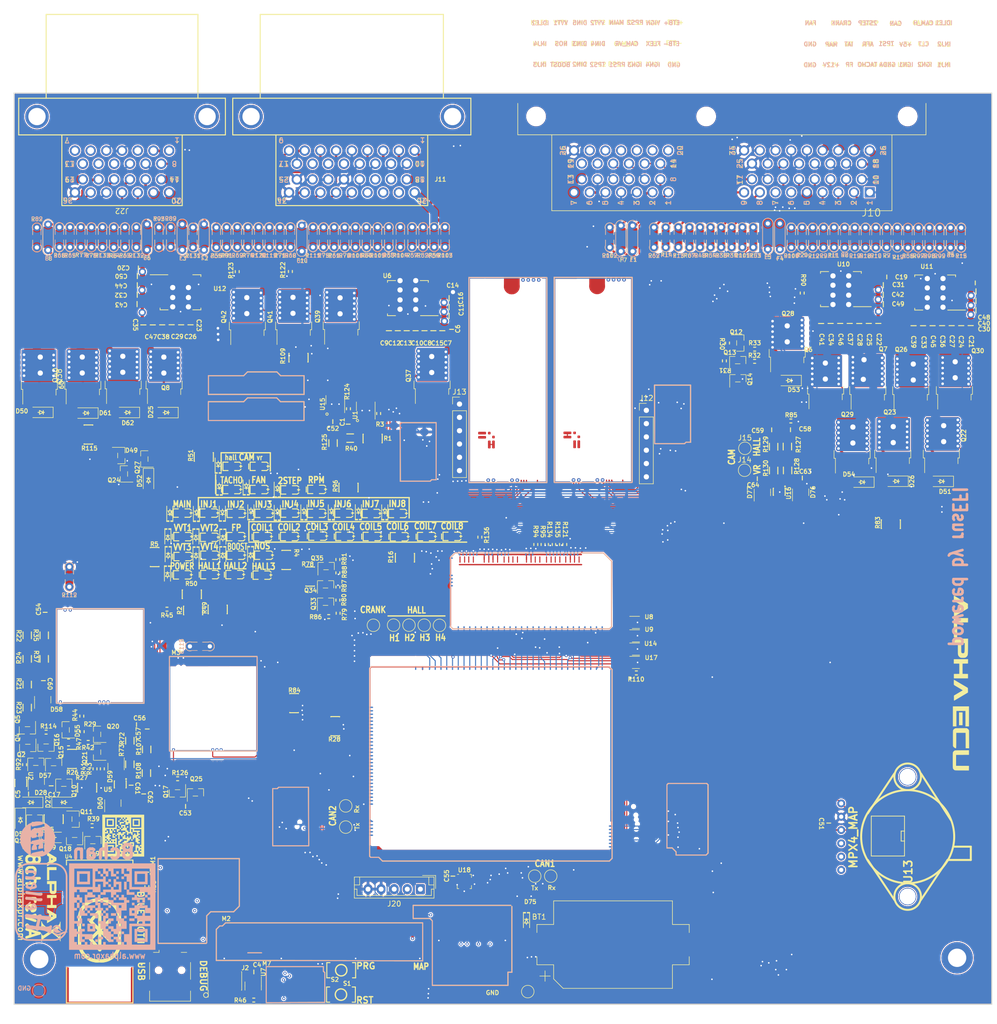
<source format=kicad_pcb>
(kicad_pcb (version 20211014) (generator pcbnew)

  (general
    (thickness 1.6)
  )

  (paper "A")
  (title_block
    (title "alpha8ch")
    (date "2022-02-26")
    (rev "a")
  )

  (layers
    (0 "F.Cu" signal)
    (1 "In1.Cu" signal)
    (2 "In2.Cu" signal)
    (31 "B.Cu" signal)
    (32 "B.Adhes" user "B.Adhesive")
    (33 "F.Adhes" user "F.Adhesive")
    (34 "B.Paste" user)
    (35 "F.Paste" user)
    (36 "B.SilkS" user "B.Silkscreen")
    (37 "F.SilkS" user "F.Silkscreen")
    (38 "B.Mask" user)
    (39 "F.Mask" user)
    (40 "Dwgs.User" user "User.Drawings")
    (41 "Cmts.User" user "User.Comments")
    (42 "Eco1.User" user "User.Eco1")
    (43 "Eco2.User" user "User.Eco2")
    (44 "Edge.Cuts" user)
    (45 "Margin" user)
    (46 "B.CrtYd" user "B.Courtyard")
    (47 "F.CrtYd" user "F.Courtyard")
    (48 "B.Fab" user)
    (49 "F.Fab" user)
  )

  (setup
    (stackup
      (layer "F.SilkS" (type "Top Silk Screen"))
      (layer "F.Paste" (type "Top Solder Paste"))
      (layer "F.Mask" (type "Top Solder Mask") (color "Green") (thickness 0.01))
      (layer "F.Cu" (type "copper") (thickness 0.035))
      (layer "dielectric 1" (type "core") (thickness 0.35) (material "FR4") (epsilon_r 4.5) (loss_tangent 0.02))
      (layer "In1.Cu" (type "copper") (thickness 0.018))
      (layer "dielectric 2" (type "prepreg") (thickness 0.774) (material "FR4") (epsilon_r 4.5) (loss_tangent 0.02))
      (layer "In2.Cu" (type "copper") (thickness 0.018))
      (layer "dielectric 3" (type "core") (thickness 0.35) (material "FR4") (epsilon_r 4.5) (loss_tangent 0.02))
      (layer "B.Cu" (type "copper") (thickness 0.035))
      (layer "B.Mask" (type "Bottom Solder Mask") (color "Green") (thickness 0.01))
      (layer "B.Paste" (type "Bottom Solder Paste"))
      (layer "B.SilkS" (type "Bottom Silk Screen"))
      (copper_finish "None")
      (dielectric_constraints no)
    )
    (pad_to_mask_clearance 0)
    (aux_axis_origin 21.1 170.7)
    (pcbplotparams
      (layerselection 0x00310f8_ffffffff)
      (disableapertmacros true)
      (usegerberextensions true)
      (usegerberattributes false)
      (usegerberadvancedattributes true)
      (creategerberjobfile false)
      (svguseinch false)
      (svgprecision 6)
      (excludeedgelayer true)
      (plotframeref false)
      (viasonmask false)
      (mode 1)
      (useauxorigin true)
      (hpglpennumber 1)
      (hpglpenspeed 20)
      (hpglpendiameter 15.000000)
      (dxfpolygonmode true)
      (dxfimperialunits true)
      (dxfusepcbnewfont true)
      (psnegative false)
      (psa4output false)
      (plotreference true)
      (plotvalue false)
      (plotinvisibletext false)
      (sketchpadsonfab false)
      (subtractmaskfromsilk false)
      (outputformat 1)
      (mirror false)
      (drillshape 0)
      (scaleselection 1)
      (outputdirectory "gerber/")
    )
  )

  (net 0 "")
  (net 1 "GND")
  (net 2 "/IN_CRANK")
  (net 3 "+12V")
  (net 4 "/NRESET")
  (net 5 "unconnected-(J1-Pad4)")
  (net 6 "Net-(D12-Pad1)")
  (net 7 "/VBUS")
  (net 8 "Net-(D13-Pad1)")
  (net 9 "Net-(D14-Pad1)")
  (net 10 "Net-(D15-Pad1)")
  (net 11 "Net-(D28-Pad1)")
  (net 12 "unconnected-(M5-PadJ16)")
  (net 13 "unconnected-(M5-PadJ15)")
  (net 14 "+12V_ETB")
  (net 15 "Net-(D16-Pad1)")
  (net 16 "+5VA")
  (net 17 "Net-(D2-Pad1)")
  (net 18 "Net-(BT1-Pad1)")
  (net 19 "Net-(D3-Pad1)")
  (net 20 "/INJ1")
  (net 21 "/INJ2")
  (net 22 "/MAP2")
  (net 23 "/USB+")
  (net 24 "/USB-")
  (net 25 "+5V")
  (net 26 "/IGN1")
  (net 27 "/IGN2")
  (net 28 "Net-(D1-Pad1)")
  (net 29 "/VIGN")
  (net 30 "/BOOT0")
  (net 31 "/OUT_IGN1")
  (net 32 "/OUT_IGN2")
  (net 33 "+3V3")
  (net 34 "/OUT_INJ2")
  (net 35 "/OUT_INJ1")
  (net 36 "/OUT_NOS")
  (net 37 "/CAN_RX")
  (net 38 "/PWR_5VA")
  (net 39 "/PWR_3V3")
  (net 40 "/PWR_5V")
  (net 41 "/IN_2STEP")
  (net 42 "/OUT_FAN_RELAY")
  (net 43 "/OUT_TACH")
  (net 44 "/IN_CAM_HALL")
  (net 45 "Net-(D18-Pad2)")
  (net 46 "Net-(D19-Pad2)")
  (net 47 "Net-(D17-Pad1)")
  (net 48 "/IN_HALL2")
  (net 49 "+5V_IGN")
  (net 50 "+3V3_IGN")
  (net 51 "+12V_RAW")
  (net 52 "/IN_HALL3")
  (net 53 "/IN_HALL4")
  (net 54 "Net-(C60-Pad1)")
  (net 55 "/OUT_PUMP_RELAY")
  (net 56 "/A4")
  (net 57 "/A3")
  (net 58 "/A2")
  (net 59 "/SWDIO")
  (net 60 "/SWCLK")
  (net 61 "/SWO")
  (net 62 "unconnected-(J2-Pad7)")
  (net 63 "unconnected-(J2-Pad8)")
  (net 64 "/OUT_IGN3")
  (net 65 "Net-(D23-Pad2)")
  (net 66 "/IN_CRANK-")
  (net 67 "/IN_CRANK+")
  (net 68 "Net-(C61-Pad1)")
  (net 69 "Net-(C62-Pad1)")
  (net 70 "Net-(C63-Pad1)")
  (net 71 "Net-(C64-Pad1)")
  (net 72 "/OUT_IGN4")
  (net 73 "Net-(D24-Pad2)")
  (net 74 "Net-(D33-Pad1)")
  (net 75 "unconnected-(M5-PadE3)")
  (net 76 "unconnected-(M5-PadE4)")
  (net 77 "GNDA")
  (net 78 "/OUT_VVT3")
  (net 79 "unconnected-(M5-PadJ17)")
  (net 80 "/OUT_VVT4")
  (net 81 "/IN_AFR")
  (net 82 "/IN_CAM_VR")
  (net 83 "/AFR")
  (net 84 "Net-(D34-Pad1)")
  (net 85 "Net-(D35-Pad1)")
  (net 86 "Net-(D36-Pad1)")
  (net 87 "/HALL3")
  (net 88 "Net-(D37-Pad1)")
  (net 89 "/OUT_BOOST")
  (net 90 "/2STEP")
  (net 91 "Net-(D38-Pad1)")
  (net 92 "Net-(D38-Pad2)")
  (net 93 "Net-(D20-Pad2)")
  (net 94 "/OUT_VVT1")
  (net 95 "Net-(D40-Pad1)")
  (net 96 "/OUT_VVT2")
  (net 97 "Net-(D41-Pad1)")
  (net 98 "/OUT_MAIN_LS")
  (net 99 "Net-(D57-Pad3)")
  (net 100 "unconnected-(M5-PadS14)")
  (net 101 "/OUT_INJ3")
  (net 102 "Net-(D42-Pad1)")
  (net 103 "/OUT_LS8")
  (net 104 "/OUT_INJ4")
  (net 105 "/OUT_LS7")
  (net 106 "/OUT_IGN5")
  (net 107 "Net-(D63-Pad2)")
  (net 108 "/OUT_IGN6")
  (net 109 "/TACH_PULLUP")
  (net 110 "unconnected-(M5-PadJ18)")
  (net 111 "unconnected-(D49-Pad3)")
  (net 112 "Net-(D64-Pad2)")
  (net 113 "/CRANK_P_PULLUP")
  (net 114 "/OUT_IGN7")
  (net 115 "/FAN_RELAY")
  (net 116 "/PUMP_RELAY")
  (net 117 "/TACH")
  (net 118 "Net-(D65-Pad2)")
  (net 119 "/IN_VIGN")
  (net 120 "/THRESHOLD_VR_CM")
  (net 121 "/CAM_PULLDOWN")
  (net 122 "/HALL1")
  (net 123 "/VR_ANALOG_CM")
  (net 124 "/IN_CAM_VR-")
  (net 125 "/IN_CAM_VR+")
  (net 126 "/IGN4")
  (net 127 "/IGN3")
  (net 128 "unconnected-(M5-PadJ8)")
  (net 129 "unconnected-(M5-PadJ23)")
  (net 130 "unconnected-(M5-PadJ24)")
  (net 131 "/HALL2")
  (net 132 "/TLS115_PG")
  (net 133 "unconnected-(M5-PadJ25)")
  (net 134 "unconnected-(M5-PadJ26)")
  (net 135 "/OUT_IGN8")
  (net 136 "/A8")
  (net 137 "/B2")
  (net 138 "Net-(D66-Pad2)")
  (net 139 "Net-(D67-Pad1)")
  (net 140 "unconnected-(J10-Pad52)")
  (net 141 "/OUT_INJ5")
  (net 142 "/B8")
  (net 143 "/C1")
  (net 144 "/C2")
  (net 145 "/C3")
  (net 146 "/C4")
  (net 147 "/C5")
  (net 148 "/C6")
  (net 149 "/C7")
  (net 150 "/C8")
  (net 151 "Net-(Q4-Pad3)")
  (net 152 "Net-(Q5-Pad2)")
  (net 153 "/TPS1")
  (net 154 "/CAM_VR")
  (net 155 "/FLEX")
  (net 156 "/PPS2")
  (net 157 "Net-(R21-Pad1)")
  (net 158 "Net-(R22-Pad1)")
  (net 159 "Net-(D68-Pad1)")
  (net 160 "/+12V_LIM")
  (net 161 "unconnected-(D55-Pad2)")
  (net 162 "Net-(Q13-Pad2)")
  (net 163 "Net-(R35-Pad1)")
  (net 164 "/TPS2")
  (net 165 "unconnected-(U1-Pad2)")
  (net 166 "unconnected-(U4-Pad5)")
  (net 167 "unconnected-(U4-Pad6)")
  (net 168 "/TEMP_PULLUP")
  (net 169 "Net-(Q14-Pad2)")
  (net 170 "/OUT_INJ6")
  (net 171 "/CAM_HALL")
  (net 172 "/VREF2")
  (net 173 "Net-(D69-Pad1)")
  (net 174 "/OUT_INJ7")
  (net 175 "Net-(D70-Pad1)")
  (net 176 "Net-(D10-Pad1)")
  (net 177 "Net-(D11-Pad1)")
  (net 178 "/PWR_EN")
  (net 179 "Net-(Q18-Pad1)")
  (net 180 "/OUT_INJ8")
  (net 181 "Net-(Q1-Pad2)")
  (net 182 "Net-(Q2-Pad2)")
  (net 183 "Net-(Q12-Pad2)")
  (net 184 "unconnected-(M1-PadV2)")
  (net 185 "/UART_TX")
  (net 186 "/UART_RX")
  (net 187 "+5VAS")
  (net 188 "/2STEP_PULLDOWN")
  (net 189 "Net-(Q20-Pad2)")
  (net 190 "Net-(Q21-Pad2)")
  (net 191 "Net-(D75-Pad1)")
  (net 192 "/WAKEUP")
  (net 193 "/B1")
  (net 194 "/OUT_MAIN_HS")
  (net 195 "/D14")
  (net 196 "/IN_D2")
  (net 197 "/IN_D3")
  (net 198 "/IN_D4")
  (net 199 "/IN_TPS1")
  (net 200 "/IN_TPS2")
  (net 201 "/IN_PPS2")
  (net 202 "/IN_FLEX")
  (net 203 "/IN_PPS1")
  (net 204 "/NOS")
  (net 205 "/MAIN")
  (net 206 "/ETB_PWM")
  (net 207 "/BOOST")
  (net 208 "/THRESHOLD_VR_CR")
  (net 209 "/VVT1")
  (net 210 "/VVT2")
  (net 211 "/INJ3")
  (net 212 "/INJ4")
  (net 213 "/D2_PULLDOWN")
  (net 214 "/D3_PULLDOWN")
  (net 215 "/D4_PULLDOWN")
  (net 216 "/ETB_DIR")
  (net 217 "/ETB_DIS")
  (net 218 "/VR_ANALOG_CR")
  (net 219 "/DIG4")
  (net 220 "/DIG3")
  (net 221 "/DIG2")
  (net 222 "/A5")
  (net 223 "/D15")
  (net 224 "/D18")
  (net 225 "/CAN1_RX")
  (net 226 "/CAN1_TX")
  (net 227 "/A1")
  (net 228 "unconnected-(J10-Pad6)")
  (net 229 "/A9")
  (net 230 "/A10")
  (net 231 "/A11")
  (net 232 "/A12")
  (net 233 "/A13")
  (net 234 "/A14")
  (net 235 "/A15")
  (net 236 "/A16")
  (net 237 "/A17")
  (net 238 "Net-(Q33-Pad2)")
  (net 239 "Net-(Q34-Pad2)")
  (net 240 "Net-(Q35-Pad2)")
  (net 241 "unconnected-(R49-Pad5)")
  (net 242 "/OUT_ETB+")
  (net 243 "/OUT_ETB-")
  (net 244 "Net-(R72-Pad1)")
  (net 245 "/A18")
  (net 246 "unconnected-(R27-Pad4)")
  (net 247 "/A19")
  (net 248 "unconnected-(U6-Pad3)")
  (net 249 "unconnected-(J7-Pad1)")
  (net 250 "unconnected-(J8-Pad1)")
  (net 251 "Net-(D39-Pad1)")
  (net 252 "/PPS1")
  (net 253 "/A20")
  (net 254 "/A21")
  (net 255 "Net-(D56-Pad2)")
  (net 256 "Net-(Q3-Pad1)")
  (net 257 "Net-(Q4-Pad1)")
  (net 258 "unconnected-(M5-PadJ9)")
  (net 259 "unconnected-(M5-PadJ10)")
  (net 260 "Net-(D1-Pad2)")
  (net 261 "/SD_SCK")
  (net 262 "/SD_MOSI")
  (net 263 "/SD_CS")
  (net 264 "/SD_MISO")
  (net 265 "unconnected-(U1-Pad4)")
  (net 266 "unconnected-(U1-Pad7)")
  (net 267 "unconnected-(U1-Pad9)")
  (net 268 "/A22")
  (net 269 "/A23")
  (net 270 "/A26")
  (net 271 "/A27")
  (net 272 "/A28")
  (net 273 "/A29")
  (net 274 "/A30")
  (net 275 "/A31")
  (net 276 "/A33")
  (net 277 "/WBO1_R_Trim")
  (net 278 "/WBO1_Ip")
  (net 279 "/WBO1_Vs{slash}Ip")
  (net 280 "/WBO1_Vs")
  (net 281 "/WBO1_H-")
  (net 282 "/WBO2_R_Trim")
  (net 283 "/WBO2_Ip")
  (net 284 "/WBO2_Vs{slash}Ip")
  (net 285 "/WBO2_Vs")
  (net 286 "/WBO2_H-")
  (net 287 "/C9")
  (net 288 "/C10")
  (net 289 "/C11")
  (net 290 "/C12")
  (net 291 "/C13")
  (net 292 "unconnected-(J11-Pad14)")
  (net 293 "unconnected-(J11-Pad15)")
  (net 294 "unconnected-(J11-Pad16)")
  (net 295 "/C18")
  (net 296 "unconnected-(J11-Pad19)")
  (net 297 "unconnected-(J11-Pad20)")
  (net 298 "/C21")
  (net 299 "/C23")
  (net 300 "/C24")
  (net 301 "/C26")
  (net 302 "unconnected-(J11-Pad27)")
  (net 303 "unconnected-(J11-Pad28)")
  (net 304 "unconnected-(J11-Pad29)")
  (net 305 "/C30")
  (net 306 "/C31")
  (net 307 "/C32")
  (net 308 "/C33")
  (net 309 "/D8")
  (net 310 "/D9")
  (net 311 "/D10")
  (net 312 "/D16")
  (net 313 "/D17")
  (net 314 "/D19")
  (net 315 "/D20")
  (net 316 "/D21")
  (net 317 "/D22")
  (net 318 "/D23")
  (net 319 "/D24")
  (net 320 "/D25")
  (net 321 "Net-(J12-Pad1)")
  (net 322 "Net-(J12-Pad2)")
  (net 323 "Net-(J12-Pad4)")
  (net 324 "Net-(J12-Pad5)")
  (net 325 "unconnected-(J12-Pad6)")
  (net 326 "Net-(J13-Pad1)")
  (net 327 "Net-(J13-Pad2)")
  (net 328 "Net-(J13-Pad4)")
  (net 329 "Net-(J13-Pad5)")
  (net 330 "unconnected-(J13-Pad6)")
  (net 331 "/HALL4")
  (net 332 "/IGN8")
  (net 333 "/IGN7")
  (net 334 "/IGN6")
  (net 335 "/IGN5")
  (net 336 "unconnected-(M5-PadJ3)")
  (net 337 "unconnected-(M5-PadJ7)")
  (net 338 "unconnected-(M5-PadJ11)")
  (net 339 "unconnected-(M5-PadJ12)")
  (net 340 "/AT3")
  (net 341 "/AN5")
  (net 342 "/AN4")
  (net 343 "/AT4")
  (net 344 "/AN3")
  (net 345 "/MAP1")
  (net 346 "/AT1")
  (net 347 "/AT2")
  (net 348 "/AN2")
  (net 349 "/AN6")
  (net 350 "/AN1")
  (net 351 "/KNOCK1")
  (net 352 "/KNOCK2")
  (net 353 "/IN_KNOCK2")
  (net 354 "/IN_AN6")
  (net 355 "/IN_KNOCK1")
  (net 356 "/IN_AN1")
  (net 357 "/IN_AN2")
  (net 358 "/IN_MAP1")
  (net 359 "/ONBOARD_MAP")
  (net 360 "/IN_AT2")
  (net 361 "/IN_AT1")
  (net 362 "/IN_AN3")
  (net 363 "/IN_AN4")
  (net 364 "/IN_AN5")
  (net 365 "/IN_AT4")
  (net 366 "/IN_AT3")
  (net 367 "/AMUX")
  (net 368 "/DC3_PWM")
  (net 369 "/CAN2_RX")
  (net 370 "/CAN2_TX")
  (net 371 "/DC3_DIR")
  (net 372 "/LS7")
  (net 373 "/LS8")
  (net 374 "/VVT4")
  (net 375 "/VVT3")
  (net 376 "/INJ5")
  (net 377 "/INJ6")
  (net 378 "/INJ7")
  (net 379 "/INJ8")
  (net 380 "Net-(M6-PadN1)")
  (net 381 "/DC2_PWM")
  (net 382 "/DC2_DIR")
  (net 383 "/DC1_DIR")
  (net 384 "/DC1_PWM")
  (net 385 "/I2C_SDA")
  (net 386 "/I2C_SCL")
  (net 387 "unconnected-(M6-PadN33)")
  (net 388 "unconnected-(M6-PadN34)")
  (net 389 "unconnected-(M6-PadN35)")
  (net 390 "unconnected-(M6-PadN36)")
  (net 391 "/AT2_4")
  (net 392 "/AT1_3")
  (net 393 "/AN3_4")
  (net 394 "/AN5_6")
  (net 395 "/CAN1-")
  (net 396 "/CAN1+")
  (net 397 "/IN_KNOCK_RAW2")
  (net 398 "/IN_KNOCK_RAW1")
  (net 399 "Net-(M11-PadJ1)")
  (net 400 "unconnected-(M11-PadJ2)")
  (net 401 "unconnected-(M11-PadJ_GND2)")
  (net 402 "unconnected-(M11-PadJ_VCC1)")
  (net 403 "unconnected-(M11-PadJ_VCC2)")
  (net 404 "/WCAN1_VIO")
  (net 405 "/WCAN1_RX")
  (net 406 "/WCAN1_TX")
  (net 407 "unconnected-(M12-PadJ1)")
  (net 408 "Net-(M12-PadJ2)")
  (net 409 "unconnected-(M12-PadJ_GND1)")
  (net 410 "unconnected-(M12-PadJ_GND2)")
  (net 411 "unconnected-(M12-PadJ_VCC1)")
  (net 412 "/WCAN2_VIO")
  (net 413 "/WCAN2_RX")
  (net 414 "/WCAN2_TX")
  (net 415 "/CAN2-")
  (net 416 "/CAN2+")
  (net 417 "Net-(Q15-Pad1)")
  (net 418 "Net-(Q17-Pad1)")
  (net 419 "unconnected-(R26-Pad3)")
  (net 420 "unconnected-(R26-Pad4)")
  (net 421 "/OUT_DC1+")
  (net 422 "unconnected-(R78-Pad4)")
  (net 423 "/OUT_DC3+")
  (net 424 "/OUT_DC3-")
  (net 425 "/OUT_DC1-")
  (net 426 "/OUT_DC2+")
  (net 427 "/OUT_DC2-")
  (net 428 "Net-(R107-Pad1)")
  (net 429 "unconnected-(R115-Pad5)")
  (net 430 "unconnected-(R115-Pad6)")
  (net 431 "Net-(R124-Pad2)")
  (net 432 "Net-(R127-Pad1)")
  (net 433 "Net-(R129-Pad1)")
  (net 434 "unconnected-(U10-Pad3)")
  (net 435 "unconnected-(U11-Pad3)")
  (net 436 "unconnected-(U12-Pad3)")
  (net 437 "unconnected-(U13-Pad4)")
  (net 438 "unconnected-(U13-Pad5)")
  (net 439 "unconnected-(U13-Pad6)")
  (net 440 "unconnected-(U15-Pad2)")
  (net 441 "unconnected-(U15-Pad4)")
  (net 442 "unconnected-(U15-Pad7)")
  (net 443 "unconnected-(U15-Pad9)")
  (net 444 "unconnected-(U18-Pad7)")
  (net 445 "unconnected-(J10-Pad53)")
  (net 446 "unconnected-(J10-Pad54)")
  (net 447 "unconnected-(J10-Pad55)")
  (net 448 "unconnected-(J10-Pad56)")
  (net 449 "unconnected-(J10-Pad57)")
  (net 450 "unconnected-(J10-Pad58)")
  (net 451 "unconnected-(J10-Pad59)")
  (net 452 "unconnected-(J22-Pad1)")
  (net 453 "unconnected-(J22-Pad3)")
  (net 454 "unconnected-(J22-Pad6)")
  (net 455 "unconnected-(J22-Pad7)")
  (net 456 "unconnected-(J22-Pad11)")
  (net 457 "unconnected-(J22-Pad12)")
  (net 458 "unconnected-(J22-Pad13)")
  (net 459 "/D2")
  (net 460 "unconnected-(R28-Pad4)")

  (footprint "hellen-one-ign8-0.2:ign8" (layer "F.Cu") (at 153.710111 128.428146 180))

  (footprint "hellen-one-common:SOD-123" (layer "F.Cu") (at 169.27 51.605 180))

  (footprint "hellen-one-common:PAD-0805-PAD" (layer "F.Cu") (at 179.8 24.32 90))

  (footprint "hellen-one-common:SOD-323" (layer "F.Cu") (at 91.932503 76.518502 90))

  (footprint "hellen-one-common:C0603" (layer "F.Cu") (at 204.75 32.985007 180))

  (footprint "rusefi_lib-connectors:6473423-1" (layer "F.Cu") (at 41.72 1.2 180))

  (footprint "hellen-one-common:R0603" (layer "F.Cu") (at 34.1 118.64999 -90))

  (footprint "hellen-one-common:C0603" (layer "F.Cu") (at 187.84 31.855007 180))

  (footprint "hellen-one-common:R0603" (layer "F.Cu") (at 171.68 34.9 -90))

  (footprint "hellen-one-common:PAD-0805-PAD" (layer "F.Cu") (at 55.275908 24.27924 90))

  (footprint "hellen-one-common:C0805" (layer "F.Cu") (at 53.01 40.96 -90))

  (footprint "hellen-one-common:R0603-4" (layer "F.Cu") (at 55.3 95.51 90))

  (footprint "hellen-one-common:C0805" (layer "F.Cu") (at 44.63 33.42))

  (footprint "hellen-one-common:LED-0603" (layer "F.Cu") (at 68.45 88.71))

  (footprint "hellen-one-common:C0805" (layer "F.Cu") (at 187.18 37.03 180))

  (footprint "hellen-one-common:R0603-4" (layer "F.Cu") (at 73.08 85.86 180))

  (footprint "hellen-one-common:SOD-323" (layer "F.Cu") (at 60.100001 67.588499 90))

  (footprint "Package_TO_SOT_SMD:SOT-363_SC-70-6" (layer "F.Cu") (at 139.91 97.79))

  (footprint "hellen-one-common:C0603" (layer "F.Cu") (at 46.5 145.48 -90))

  (footprint "hellen-one-common:SOD-323" (layer "F.Cu") (at 65.452503 71.758502 90))

  (footprint "hellen-one-common:R0603" (layer "F.Cu") (at 82.96 91.03 -90))

  (footprint "hellen-one-common:PAD-0805-PAD" (layer "F.Cu") (at 48.768 24.24 -90))

  (footprint "hellen-one-common:R0603" (layer "F.Cu") (at 122.17 82.91 90))

  (footprint "MountingHole:MountingHole_4.5mm_Pad" (layer "F.Cu") (at 25.903 162.081))

  (footprint "hellen-one-common:LED-0603" (layer "F.Cu") (at 58.45 88.61))

  (footprint "hellen-one-common:PAD-0805-PAD" (layer "F.Cu") (at 101.36 24.204979 -90))

  (footprint "hellen-one-common:PAD-0805-PAD" (layer "F.Cu") (at 175.75 24.3 90))

  (footprint "hellen-one-common:PAD-0805-PAD" (layer "F.Cu") (at 73.914 24.24 90))

  (footprint "hellen-one-common:PAD-0805-PAD" (layer "F.Cu") (at 169.6 24.29 90))

  (footprint "hellen-one-common:R1206" (layer "F.Cu") (at 23.6 109.64999 90))

  (footprint "Package_SO:Infineon_PG-DSO-12-11" (layer "F.Cu") (at 179.0774 34.147978 180))

  (footprint "TestPoint:TestPoint_Pad_D2.0mm" (layer "F.Cu") (at 123.63 146.23))

  (footprint "hellen-one-common:PAD-0805-PAD" (layer "F.Cu") (at 25.45 24.28 -90))

  (footprint "hellen-one-common:SOT-23" (layer "F.Cu") (at 41.53 65.93))

  (footprint "hellen-one-common:PAD-1206-PAD" (layer "F.Cu") (at 167.41 24.09 -90))

  (footprint "hellen-one-common:SOT-23" (layer "F.Cu") (at 159.36 47.75 90))

  (footprint "hellen-one-common:PAD-0805-PAD" (layer "F.Cu") (at 61.722 24.24 90))

  (footprint "hellen-one-common:C0805" (layer "F.Cu") (at 44.59 37.01 180))

  (footprint "hellen-one-common:SOD-323" (layer "F.Cu") (at 60.300001 71.789998 90))

  (footprint "hellen-one-common:LED-0603" (layer "F.Cu") (at 58.3 76.86))

  (footprint "hellen-one-common:C0603" (layer "F.Cu") (at 165.85 61.03999 180))

  (footprint "hellen-one-common:C0603" (layer "F.Cu") (at 84.95 59.93 -90))

  (footprint "hellen-one-common:R1206" (layer "F.Cu") (at 166.22 68.78999 90))

  (footprint "hellen-one-common:DPAK" (layer "F.Cu") (at 181.215 63.985 90))

  (footprint "hellen-one-common:PAD-0805-PAD" (layer "F.Cu") (at 31.65 89.08 90))

  (footprint "hellen-one-common:SMD-2_2.9x3.9x1.7" (layer "F.Cu") (at 83.55 168.85 180))

  (footprint "hellen-one-common:C0805" (layer "F.Cu") (at 44.62 35.22))

  (footprint "hellen-one-common:SOD-323" (layer "F.Cu") (at 55.82 81.63 -90))

  (footprint "Package_TO_SOT_SMD:SOT-363_SC-70-6" (layer "F.Cu") (at 139.91 102.88))

  (footprint "hellen-one-common:C0603" (layer "F.Cu") (at 66.9 164.55 180))

  (footprint "hellen-one-common:SOT-23" (layer "F.Cu") (at 24.35 139.34999 90))

  (footprint "hellen-one-common:R1206" (layer "F.Cu") (at 23.6 104.74999 90))

  (footprint "hellen-one-common:R0603-4" (layer "F.Cu") (at 55.05 92.41 90))

  (footprint "hellen-one-common:C0603" (layer "F.Cu") (at 171.7 70.18999))

  (footprint "hellen-one-common:SOT-363" (layer "F.Cu") (at 41.39 128.69 -90))

  (footprint "hellen-one-common:DPAK" (layer "F.Cu") (at 83.6 40.49 90))

  (footprint "hellen-one-sd-0.1:sd" (layer "F.Cu") (at 97.252501 167.190187))

  (footprint "hellen-one-common:SOD-123" (layer "F.Cu") (at 24.35 132.14999 180))

  (footprint "hellen-one-common:C0805" (layer "F.Cu")
    (tedit 0) (tstamp 2ee45e48-659a-457b-9423-b4030b589079)
    (at 44.64 31.64)
    (descr "Capacitor SMD 0805")
    (property "LCSC" "C15850")
    (property "Sheetfile" "alphax_8ch.kicad_sch")
    (property "Sheetname" "")
    (path "/31ddb026-dca1-44c7-abd8-db9d9a65d4fc")
    (fp_text reference "C50" (at -1.77 -0.46 180 unlocked) (layer "F.SilkS")
      (effects (font (size 0.82 0.82) (thickness 0.17)) (justify left bottom))
      (tstamp cfa05e3e-ff78-4810-accb-24b971b52447)
    )
    (fp_text value "10u" (at 0 2.1) (layer "F.SilkS") hide
      (effects (font (size 1 1) (thickness 0.15)) (justify left bottom))
      (tstamp 0acb3501-05c0-4312-a2cd-c71acbeae772)
    )
    (fp_line (start 0 -0.5) (end 0 0.5) (layer "F.SilkS") (width 0.2) (tstamp 2d3b5178-38d0-4fd5-9f06-48f81dddf808))
    (pad "1" smd roundrect (at -1 0) (size 1 1.25) (layers "F.Cu" "F.Paste" "F.Mask") (roundrect_rratio 0.1)
      (net 1 "GND") (pintype "passive") (tstamp 117c8494-423b-4cad-99b5-e7d40a34d8fe))
    (pad "2" smd roundrect (at 1 0) (size 1 1.25) (layers "F.Cu" "F.Paste" "F.Mask") (roundrect_rratio 0.1)
    
... [8463918 chars truncated]
</source>
